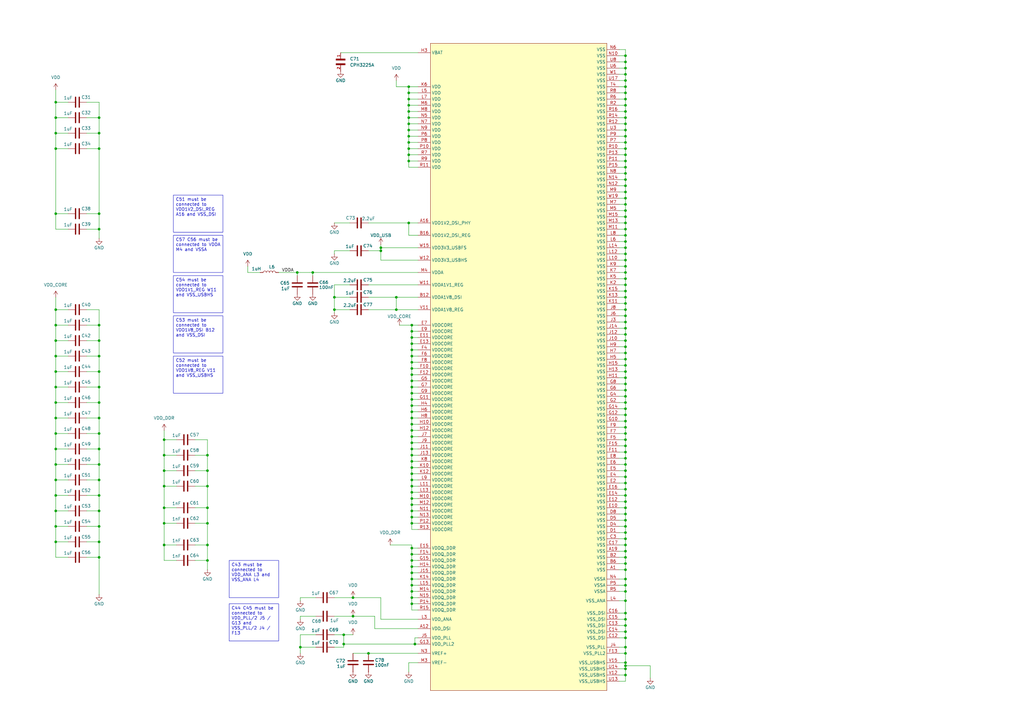
<source format=kicad_sch>
(kicad_sch (version 20250114) (generator "eeschema") (generator_version "9.0")
  (paper "A3")
  (title_block (comment 1 "Author: Mykola Grodskyi"))
  (text_box "C43 must be connected to VDD_ANA L3 and VSS_ANA L4\n" (at 93.98 229.87 0) (size 20.32 15.24) (margins 0.9525 0.9525 0.9525 0.9525) (effects (font (size 1.27 1.27)) (justify left top)))
  (text_box "C54 must be connected to VDD1V1_REG W11 and VSS_USBHS\n\n" (at 71.12 113.03 0) (size 20.32 15.24) (margins 0.9525 0.9525 0.9525 0.9525) (effects (font (size 1.27 1.27)) (justify left top)))
  (text_box "C51 must be connected to VDD1V2_DSI_REG A16 and VSS_DSI\n" (at 71.12 80.01 0) (size 20.32 15.24) (margins 0.9525 0.9525 0.9525 0.9525) (effects (font (size 1.27 1.27)) (justify left top)))
  (text_box "C57 C56 must be connected to VDDA M4 and VSSA\n\n" (at 71.12 96.52 0) (size 20.32 15.24) (margins 0.9525 0.9525 0.9525 0.9525) (effects (font (size 1.27 1.27)) (justify left top)))
  (text_box "C52 must be connected to VDD1V8_REG V11 and VSS_USBHS\n\n" (at 71.12 146.05 0) (size 20.32 15.24) (margins 0.9525 0.9525 0.9525 0.9525) (effects (font (size 1.27 1.27)) (justify left top)))
  (text_box "C53 must be connected to VDD1V8_DSI B12 and VSS_DSI\n\n" (at 71.12 129.54 0) (size 20.32 15.24) (margins 0.9525 0.9525 0.9525 0.9525) (effects (font (size 1.27 1.27)) (justify left top)))
  (text_box "C44 C45 must be connected to VDD_PLL/2 J5 / G13 and VSS_PLL/2 J4 / F13\n\n" (at 93.98 247.65 0) (size 20.32 15.24) (margins 0.9525 0.9525 0.9525 0.9525) (effects (font (size 1.27 1.27)) (justify left top)))
  (junction (at 168.91 179.07))
  (junction (at 168.91 156.21))
  (junction (at 22.86 60.96))
  (junction (at 167.64 55.88))
  (junction (at 168.91 207.01))
  (junction (at 256.54 58.42))
  (junction (at 256.54 48.26))
  (junction (at 256.54 185.42))
  (junction (at 256.54 137.16))
  (junction (at 144.78 245.11))
  (junction (at 168.91 234.95))
  (junction (at 256.54 210.82))
  (junction (at 40.64 228.6))
  (junction (at 22.86 177.8))
  (junction (at 22.86 87.63))
  (junction (at 256.54 226.06))
  (junction (at 256.54 267.97))
  (junction (at 168.91 151.13))
  (junction (at 256.54 45.72))
  (junction (at 168.91 201.93))
  (junction (at 67.31 214.63))
  (junction (at 167.64 35.56))
  (junction (at 256.54 271.78))
  (junction (at 256.54 111.76))
  (junction (at 151.13 267.97))
  (junction (at 167.64 60.96))
  (junction (at 22.86 209.55))
  (junction (at 256.54 256.54))
  (junction (at 121.92 111.76))
  (junction (at 40.64 177.8))
  (junction (at 168.91 171.45))
  (junction (at 256.54 78.74))
  (junction (at 256.54 265.43))
  (junction (at 256.54 167.64))
  (junction (at 128.27 111.76))
  (junction (at 256.54 27.94))
  (junction (at 22.86 158.75))
  (junction (at 256.54 38.1))
  (junction (at 256.54 198.12))
  (junction (at 40.64 165.1))
  (junction (at 256.54 22.86))
  (junction (at 256.54 144.78))
  (junction (at 256.54 193.04))
  (junction (at 85.09 214.63))
  (junction (at 168.91 196.85))
  (junction (at 85.09 193.04))
  (junction (at 168.91 146.05))
  (junction (at 85.09 208.28))
  (junction (at 256.54 35.56))
  (junction (at 256.54 127))
  (junction (at 22.86 139.7))
  (junction (at 167.64 40.64))
  (junction (at 256.54 162.56))
  (junction (at 168.91 186.69))
  (junction (at 256.54 106.68))
  (junction (at 168.91 191.77))
  (junction (at 40.64 203.2))
  (junction (at 67.31 223.52))
  (junction (at 256.54 205.74))
  (junction (at 168.91 242.57))
  (junction (at 137.16 127))
  (junction (at 167.64 91.44))
  (junction (at 256.54 134.62))
  (junction (at 256.54 109.22))
  (junction (at 22.86 54.61))
  (junction (at 170.18 264.16))
  (junction (at 256.54 165.1))
  (junction (at 22.86 41.91))
  (junction (at 256.54 50.8))
  (junction (at 40.64 209.55))
  (junction (at 256.54 195.58))
  (junction (at 22.86 184.15))
  (junction (at 168.91 158.75))
  (junction (at 168.91 212.09))
  (junction (at 256.54 91.44))
  (junction (at 256.54 60.96))
  (junction (at 256.54 208.28))
  (junction (at 67.31 193.04))
  (junction (at 168.91 199.39))
  (junction (at 167.64 45.72))
  (junction (at 168.91 224.79))
  (junction (at 256.54 76.2))
  (junction (at 167.64 66.04))
  (junction (at 40.64 222.25))
  (junction (at 162.56 121.92))
  (junction (at 168.91 232.41))
  (junction (at 256.54 223.52))
  (junction (at 256.54 170.18))
  (junction (at 256.54 251.46))
  (junction (at 140.97 260.35))
  (junction (at 168.91 163.83))
  (junction (at 256.54 55.88))
  (junction (at 85.09 186.69))
  (junction (at 256.54 124.46))
  (junction (at 168.91 227.33))
  (junction (at 256.54 88.9))
  (junction (at 22.86 190.5))
  (junction (at 256.54 190.5))
  (junction (at 256.54 203.2))
  (junction (at 167.64 58.42))
  (junction (at 22.86 48.26))
  (junction (at 168.91 247.65))
  (junction (at 40.64 190.5))
  (junction (at 67.31 186.69))
  (junction (at 22.86 222.25))
  (junction (at 256.54 83.82))
  (junction (at 256.54 63.5))
  (junction (at 123.19 265.43))
  (junction (at 40.64 93.98))
  (junction (at 85.09 223.52))
  (junction (at 168.91 194.31))
  (junction (at 256.54 68.58))
  (junction (at 67.31 199.39))
  (junction (at 256.54 254))
  (junction (at 256.54 228.6))
  (junction (at 256.54 104.14))
  (junction (at 22.86 171.45))
  (junction (at 256.54 213.36))
  (junction (at 256.54 242.57))
  (junction (at 256.54 187.96))
  (junction (at 256.54 86.36))
  (junction (at 256.54 180.34))
  (junction (at 162.56 127))
  (junction (at 40.64 139.7))
  (junction (at 256.54 152.4))
  (junction (at 256.54 231.14))
  (junction (at 167.64 48.26))
  (junction (at 168.91 229.87))
  (junction (at 85.09 229.87))
  (junction (at 40.64 133.35))
  (junction (at 168.91 143.51))
  (junction (at 40.64 171.45))
  (junction (at 256.54 177.8))
  (junction (at 256.54 273.05))
  (junction (at 256.54 182.88))
  (junction (at 256.54 30.48))
  (junction (at 168.91 189.23))
  (junction (at 168.91 204.47))
  (junction (at 256.54 25.4))
  (junction (at 168.91 209.55))
  (junction (at 168.91 168.91))
  (junction (at 40.64 54.61))
  (junction (at 40.64 158.75))
  (junction (at 256.54 43.18))
  (junction (at 40.64 87.63))
  (junction (at 256.54 220.98))
  (junction (at 167.64 63.5))
  (junction (at 256.54 139.7))
  (junction (at 256.54 276.86))
  (junction (at 256.54 149.86))
  (junction (at 256.54 101.6))
  (junction (at 167.64 43.18))
  (junction (at 256.54 233.68))
  (junction (at 256.54 160.02))
  (junction (at 67.31 180.34))
  (junction (at 40.64 152.4))
  (junction (at 168.91 214.63))
  (junction (at 156.21 102.87))
  (junction (at 22.86 146.05))
  (junction (at 168.91 240.03))
  (junction (at 167.64 50.8))
  (junction (at 22.86 152.4))
  (junction (at 137.16 121.92))
  (junction (at 167.64 53.34))
  (junction (at 256.54 53.34))
  (junction (at 256.54 175.26))
  (junction (at 256.54 119.38))
  (junction (at 22.86 203.2))
  (junction (at 22.86 196.85))
  (junction (at 168.91 173.99))
  (junction (at 256.54 114.3))
  (junction (at 256.54 274.32))
  (junction (at 40.64 215.9))
  (junction (at 167.64 38.1))
  (junction (at 256.54 93.98))
  (junction (at 168.91 138.43))
  (junction (at 168.91 161.29))
  (junction (at 256.54 240.03))
  (junction (at 144.78 252.73))
  (junction (at 256.54 237.49))
  (junction (at 140.97 264.16))
  (junction (at 168.91 176.53))
  (junction (at 168.91 135.89))
  (junction (at 40.64 60.96))
  (junction (at 256.54 172.72))
  (junction (at 40.64 184.15))
  (junction (at 256.54 116.84))
  (junction (at 256.54 215.9))
  (junction (at 168.91 245.11))
  (junction (at 256.54 246.38))
  (junction (at 85.09 199.39))
  (junction (at 256.54 147.32))
  (junction (at 256.54 96.52))
  (junction (at 22.86 133.35))
  (junction (at 40.64 146.05))
  (junction (at 40.64 196.85))
  (junction (at 168.91 181.61))
  (junction (at 256.54 71.12))
  (junction (at 168.91 184.15))
  (junction (at 256.54 132.08))
  (junction (at 22.86 127))
  (junction (at 168.91 148.59))
  (junction (at 256.54 154.94))
  (junction (at 256.54 40.64))
  (junction (at 256.54 218.44))
  (junction (at 22.86 165.1))
  (junction (at 22.86 215.9))
  (junction (at 256.54 261.62))
  (junction (at 256.54 142.24))
  (junction (at 156.21 101.6))
  (junction (at 256.54 33.02))
  (junction (at 256.54 121.92))
  (junction (at 168.91 140.97))
  (junction (at 256.54 200.66))
  (junction (at 256.54 73.66))
  (junction (at 168.91 133.35))
  (junction (at 168.91 153.67))
  (junction (at 168.91 166.37))
  (junction (at 256.54 129.54))
  (junction (at 40.64 48.26))
  (junction (at 256.54 259.08))
  (junction (at 168.91 237.49))
  (junction (at 256.54 99.06))
  (junction (at 256.54 157.48))
  (junction (at 256.54 66.04))
  (junction (at 67.31 208.28))
  (junction (at 256.54 81.28))
  (wire (pts (xy 162.56 121.92) (xy 171.45 121.92)))
  (wire (pts (xy 256.54 66.04) (xy 254 66.04)))
  (wire (pts (xy 256.54 129.54) (xy 256.54 132.08)))
  (wire (pts (xy 256.54 203.2) (xy 254 203.2)))
  (wire (pts (xy 168.91 161.29) (xy 171.45 161.29)))
  (wire (pts (xy 101.6 109.22) (xy 101.6 111.76)))
  (wire (pts (xy 85.09 199.39) (xy 85.09 208.28)))
  (wire (pts (xy 22.86 121.92) (xy 22.86 127)))
  (wire (pts (xy 67.31 180.34) (xy 67.31 186.69)))
  (wire (pts (xy 85.09 223.52) (xy 80.01 223.52)))
  (wire (pts (xy 256.54 233.68) (xy 256.54 237.49)))
  (wire (pts (xy 123.19 252.73) (xy 123.19 254)))
  (wire (pts (xy 168.91 184.15) (xy 168.91 186.69)))
  (wire (pts (xy 168.91 247.65) (xy 168.91 250.19)))
  (wire (pts (xy 256.54 137.16) (xy 256.54 139.7)))
  (wire (pts (xy 256.54 22.86) (xy 256.54 25.4)))
  (wire (pts (xy 168.91 214.63) (xy 168.91 217.17)))
  (wire (pts (xy 168.91 168.91) (xy 168.91 171.45)))
  (wire (pts (xy 256.54 231.14) (xy 254 231.14)))
  (wire (pts (xy 67.31 214.63) (xy 67.31 223.52)))
  (wire (pts (xy 137.16 121.92) (xy 137.16 127)))
  (wire (pts (xy 67.31 214.63) (xy 72.39 214.63)))
  (wire (pts (xy 256.54 50.8) (xy 254 50.8)))
  (wire (pts (xy 256.54 25.4) (xy 254 25.4)))
  (wire (pts (xy 256.54 35.56) (xy 254 35.56)))
  (wire (pts (xy 168.91 207.01) (xy 168.91 209.55)))
  (wire (pts (xy 85.09 199.39) (xy 80.01 199.39)))
  (wire (pts (xy 67.31 208.28) (xy 67.31 214.63)))
  (wire (pts (xy 256.54 101.6) (xy 256.54 104.14)))
  (wire (pts (xy 256.54 142.24) (xy 254 142.24)))
  (wire (pts (xy 256.54 271.78) (xy 254 271.78)))
  (wire (pts (xy 168.91 186.69) (xy 171.45 186.69)))
  (wire (pts (xy 256.54 267.97) (xy 256.54 271.78)))
  (wire (pts (xy 40.64 139.7) (xy 35.56 139.7)))
  (wire (pts (xy 168.91 250.19) (xy 171.45 250.19)))
  (wire (pts (xy 22.86 87.63) (xy 22.86 93.98)))
  (wire (pts (xy 85.09 208.28) (xy 85.09 214.63)))
  (wire (pts (xy 256.54 83.82) (xy 254 83.82)))
  (wire (pts (xy 140.97 264.16) (xy 140.97 260.35)))
  (wire (pts (xy 168.91 176.53) (xy 171.45 176.53)))
  (wire (pts (xy 40.64 177.8) (xy 40.64 184.15)))
  (wire (pts (xy 256.54 139.7) (xy 254 139.7)))
  (wire (pts (xy 256.54 104.14) (xy 256.54 106.68)))
  (wire (pts (xy 129.54 245.11) (xy 123.19 245.11)))
  (wire (pts (xy 22.86 228.6) (xy 27.94 228.6)))
  (wire (pts (xy 256.54 208.28) (xy 256.54 210.82)))
  (wire (pts (xy 256.54 233.68) (xy 254 233.68)))
  (wire (pts (xy 168.91 186.69) (xy 168.91 189.23)))
  (wire (pts (xy 85.09 214.63) (xy 80.01 214.63)))
  (wire (pts (xy 167.64 63.5) (xy 167.64 66.04)))
  (wire (pts (xy 256.54 127) (xy 254 127)))
  (wire (pts (xy 256.54 68.58) (xy 256.54 71.12)))
  (wire (pts (xy 67.31 208.28) (xy 72.39 208.28)))
  (wire (pts (xy 167.64 38.1) (xy 167.64 40.64)))
  (wire (pts (xy 256.54 78.74) (xy 254 78.74)))
  (wire (pts (xy 167.64 40.64) (xy 171.45 40.64)))
  (wire (pts (xy 256.54 40.64) (xy 256.54 43.18)))
  (wire (pts (xy 40.64 41.91) (xy 40.64 48.26)))
  (wire (pts (xy 256.54 129.54) (xy 254 129.54)))
  (wire (pts (xy 137.16 104.14) (xy 137.16 102.87)))
  (wire (pts (xy 256.54 157.48) (xy 256.54 160.02)))
  (wire (pts (xy 256.54 106.68) (xy 254 106.68)))
  (wire (pts (xy 256.54 27.94) (xy 256.54 30.48)))
  (wire (pts (xy 167.64 55.88) (xy 167.64 58.42)))
  (wire (pts (xy 168.91 179.07) (xy 168.91 181.61)))
  (wire (pts (xy 256.54 165.1) (xy 254 165.1)))
  (wire (pts (xy 22.86 60.96) (xy 22.86 87.63)))
  (wire (pts (xy 256.54 213.36) (xy 256.54 215.9)))
  (wire (pts (xy 256.54 154.94) (xy 254 154.94)))
  (wire (pts (xy 22.86 127) (xy 27.94 127)))
  (wire (pts (xy 40.64 171.45) (xy 40.64 177.8)))
  (wire (pts (xy 168.91 181.61) (xy 171.45 181.61)))
  (wire (pts (xy 168.91 196.85) (xy 168.91 199.39)))
  (wire (pts (xy 22.86 54.61) (xy 22.86 60.96)))
  (wire (pts (xy 256.54 119.38) (xy 254 119.38)))
  (wire (pts (xy 256.54 121.92) (xy 256.54 124.46)))
  (wire (pts (xy 168.91 148.59) (xy 171.45 148.59)))
  (wire (pts (xy 256.54 274.32) (xy 254 274.32)))
  (wire (pts (xy 22.86 41.91) (xy 22.86 48.26)))
  (wire (pts (xy 256.54 137.16) (xy 254 137.16)))
  (wire (pts (xy 67.31 186.69) (xy 67.31 193.04)))
  (wire (pts (xy 143.51 121.92) (xy 137.16 121.92)))
  (wire (pts (xy 168.91 156.21) (xy 168.91 158.75)))
  (wire (pts (xy 121.92 111.76) (xy 121.92 113.03)))
  (wire (pts (xy 256.54 132.08) (xy 254 132.08)))
  (wire (pts (xy 40.64 222.25) (xy 40.64 228.6)))
  (wire (pts (xy 256.54 71.12) (xy 256.54 73.66)))
  (wire (pts (xy 256.54 185.42) (xy 254 185.42)))
  (wire (pts (xy 256.54 167.64) (xy 256.54 170.18)))
  (wire (pts (xy 168.91 173.99) (xy 168.91 176.53)))
  (wire (pts (xy 171.45 96.52) (xy 167.64 96.52)))
  (wire (pts (xy 139.7 21.59) (xy 171.45 21.59)))
  (wire (pts (xy 151.13 91.44) (xy 167.64 91.44)))
  (wire (pts (xy 256.54 237.49) (xy 256.54 240.03)))
  (wire (pts (xy 40.64 87.63) (xy 40.64 93.98)))
  (wire (pts (xy 40.64 54.61) (xy 35.56 54.61)))
  (wire (pts (xy 168.91 138.43) (xy 171.45 138.43)))
  (wire (pts (xy 168.91 184.15) (xy 171.45 184.15)))
  (wire (pts (xy 256.54 76.2) (xy 256.54 78.74)))
  (wire (pts (xy 256.54 195.58) (xy 256.54 198.12)))
  (wire (pts (xy 22.86 184.15) (xy 27.94 184.15)))
  (wire (pts (xy 40.64 215.9) (xy 40.64 222.25)))
  (wire (pts (xy 85.09 193.04) (xy 80.01 193.04)))
  (wire (pts (xy 256.54 134.62) (xy 254 134.62)))
  (wire (pts (xy 140.97 264.16) (xy 170.18 264.16)))
  (wire (pts (xy 168.91 237.49) (xy 171.45 237.49)))
  (wire (pts (xy 168.91 245.11) (xy 171.45 245.11)))
  (wire (pts (xy 67.31 199.39) (xy 67.31 208.28)))
  (wire (pts (xy 256.54 193.04) (xy 254 193.04)))
  (wire (pts (xy 40.64 228.6) (xy 40.64 243.84)))
  (wire (pts (xy 22.86 184.15) (xy 22.86 190.5)))
  (wire (pts (xy 168.91 179.07) (xy 171.45 179.07)))
  (wire (pts (xy 256.54 237.49) (xy 254 237.49)))
  (wire (pts (xy 256.54 190.5) (xy 254 190.5)))
  (wire (pts (xy 40.64 203.2) (xy 40.64 209.55)))
  (wire (pts (xy 168.91 204.47) (xy 171.45 204.47)))
  (wire (pts (xy 143.51 102.87) (xy 137.16 102.87)))
  (wire (pts (xy 256.54 175.26) (xy 254 175.26)))
  (wire (pts (xy 256.54 63.5) (xy 256.54 66.04)))
  (wire (pts (xy 168.91 227.33) (xy 171.45 227.33)))
  (wire (pts (xy 144.78 267.97) (xy 151.13 267.97)))
  (wire (pts (xy 85.09 180.34) (xy 85.09 186.69)))
  (wire (pts (xy 40.64 158.75) (xy 35.56 158.75)))
  (wire (pts (xy 85.09 223.52) (xy 85.09 229.87)))
  (wire (pts (xy 256.54 121.92) (xy 254 121.92)))
  (wire (pts (xy 67.31 223.52) (xy 67.31 229.87)))
  (wire (pts (xy 40.64 209.55) (xy 40.64 215.9)))
  (wire (pts (xy 256.54 226.06) (xy 256.54 228.6)))
  (wire (pts (xy 170.18 261.62) (xy 170.18 264.16)))
  (wire (pts (xy 256.54 124.46) (xy 256.54 127)))
  (wire (pts (xy 168.91 234.95) (xy 168.91 237.49)))
  (wire (pts (xy 256.54 187.96) (xy 254 187.96)))
  (wire (pts (xy 167.64 38.1) (xy 171.45 38.1)))
  (wire (pts (xy 256.54 220.98) (xy 254 220.98)))
  (wire (pts (xy 256.54 213.36) (xy 254 213.36)))
  (wire (pts (xy 168.91 227.33) (xy 168.91 229.87)))
  (wire (pts (xy 22.86 60.96) (xy 27.94 60.96)))
  (wire (pts (xy 153.67 257.81) (xy 153.67 252.73)))
  (wire (pts (xy 168.91 146.05) (xy 171.45 146.05)))
  (wire (pts (xy 256.54 86.36) (xy 254 86.36)))
  (wire (pts (xy 256.54 88.9) (xy 254 88.9)))
  (wire (pts (xy 40.64 146.05) (xy 40.64 152.4)))
  (wire (pts (xy 256.54 160.02) (xy 254 160.02)))
  (wire (pts (xy 40.64 152.4) (xy 40.64 158.75)))
  (wire (pts (xy 256.54 154.94) (xy 256.54 157.48)))
  (wire (pts (xy 256.54 254) (xy 254 254)))
  (wire (pts (xy 256.54 215.9) (xy 256.54 218.44)))
  (wire (pts (xy 256.54 48.26) (xy 254 48.26)))
  (wire (pts (xy 151.13 121.92) (xy 162.56 121.92)))
  (wire (pts (xy 256.54 78.74) (xy 256.54 81.28)))
  (wire (pts (xy 256.54 43.18) (xy 256.54 45.72)))
  (wire (pts (xy 167.64 55.88) (xy 171.45 55.88)))
  (wire (pts (xy 137.16 127) (xy 137.16 128.27)))
  (wire (pts (xy 168.91 171.45) (xy 168.91 173.99)))
  (wire (pts (xy 168.91 171.45) (xy 171.45 171.45)))
  (wire (pts (xy 256.54 27.94) (xy 254 27.94)))
  (wire (pts (xy 256.54 147.32) (xy 254 147.32)))
  (wire (pts (xy 168.91 194.31) (xy 171.45 194.31)))
  (wire (pts (xy 256.54 200.66) (xy 256.54 203.2)))
  (wire (pts (xy 168.91 138.43) (xy 168.91 140.97)))
  (wire (pts (xy 101.6 111.76) (xy 106.68 111.76)))
  (wire (pts (xy 256.54 40.64) (xy 254 40.64)))
  (wire (pts (xy 167.64 271.78) (xy 171.45 271.78)))
  (wire (pts (xy 256.54 200.66) (xy 254 200.66)))
  (wire (pts (xy 256.54 218.44) (xy 256.54 220.98)))
  (wire (pts (xy 168.91 201.93) (xy 171.45 201.93)))
  (wire (pts (xy 168.91 194.31) (xy 168.91 196.85)))
  (wire (pts (xy 168.91 209.55) (xy 168.91 212.09)))
  (wire (pts (xy 167.64 275.59) (xy 167.64 271.78)))
  (wire (pts (xy 168.91 151.13) (xy 171.45 151.13)))
  (wire (pts (xy 151.13 116.84) (xy 171.45 116.84)))
  (wire (pts (xy 168.91 224.79) (xy 168.91 227.33)))
  (wire (pts (xy 168.91 133.35) (xy 171.45 133.35)))
  (wire (pts (xy 167.64 43.18) (xy 171.45 43.18)))
  (wire (pts (xy 256.54 271.78) (xy 256.54 273.05)))
  (wire (pts (xy 167.64 96.52) (xy 167.64 91.44)))
  (wire (pts (xy 256.54 96.52) (xy 254 96.52)))
  (wire (pts (xy 40.64 165.1) (xy 40.64 171.45)))
  (wire (pts (xy 256.54 165.1) (xy 256.54 167.64)))
  (wire (pts (xy 129.54 252.73) (xy 123.19 252.73)))
  (wire (pts (xy 256.54 172.72) (xy 254 172.72)))
  (wire (pts (xy 256.54 81.28) (xy 254 81.28)))
  (wire (pts (xy 167.64 48.26) (xy 167.64 50.8)))
  (wire (pts (xy 256.54 55.88) (xy 256.54 58.42)))
  (wire (pts (xy 256.54 240.03) (xy 256.54 242.57)))
  (wire (pts (xy 168.91 140.97) (xy 168.91 143.51)))
  (wire (pts (xy 40.64 48.26) (xy 40.64 54.61)))
  (wire (pts (xy 40.64 139.7) (xy 40.64 146.05)))
  (wire (pts (xy 22.86 222.25) (xy 27.94 222.25)))
  (wire (pts (xy 167.64 43.18) (xy 167.64 45.72)))
  (wire (pts (xy 85.09 193.04) (xy 85.09 199.39)))
  (wire (pts (xy 22.86 203.2) (xy 27.94 203.2)))
  (wire (pts (xy 256.54 81.28) (xy 256.54 83.82)))
  (wire (pts (xy 22.86 203.2) (xy 22.86 209.55)))
  (wire (pts (xy 256.54 104.14) (xy 254 104.14)))
  (wire (pts (xy 140.97 260.35) (xy 144.78 260.35)))
  (wire (pts (xy 156.21 245.11) (xy 144.78 245.11)))
  (wire (pts (xy 167.64 91.44) (xy 171.45 91.44)))
  (wire (pts (xy 156.21 100.33) (xy 156.21 101.6)))
  (wire (pts (xy 256.54 114.3) (xy 256.54 116.84)))
  (wire (pts (xy 168.91 163.83) (xy 168.91 166.37)))
  (wire (pts (xy 40.64 133.35) (xy 35.56 133.35)))
  (wire (pts (xy 256.54 50.8) (xy 256.54 53.34)))
  (wire (pts (xy 85.09 186.69) (xy 80.01 186.69)))
  (wire (pts (xy 256.54 187.96) (xy 256.54 190.5)))
  (wire (pts (xy 256.54 101.6) (xy 254 101.6)))
  (wire (pts (xy 168.91 191.77) (xy 171.45 191.77)))
  (wire (pts (xy 256.54 205.74) (xy 254 205.74)))
  (wire (pts (xy 168.91 153.67) (xy 171.45 153.67)))
  (wire (pts (xy 168.91 242.57) (xy 168.91 245.11)))
  (wire (pts (xy 168.91 161.29) (xy 168.91 163.83)))
  (wire (pts (xy 137.16 116.84) (xy 137.16 121.92)))
  (wire (pts (xy 168.91 140.97) (xy 171.45 140.97)))
  (wire (pts (xy 123.19 260.35) (xy 129.54 260.35)))
  (wire (pts (xy 137.16 116.84) (xy 143.51 116.84)))
  (wire (pts (xy 266.7 273.05) (xy 256.54 273.05)))
  (wire (pts (xy 40.64 190.5) (xy 35.56 190.5)))
  (wire (pts (xy 156.21 102.87) (xy 156.21 106.68)))
  (wire (pts (xy 168.91 158.75) (xy 168.91 161.29)))
  (wire (pts (xy 137.16 127) (xy 143.51 127)))
  (wire (pts (xy 256.54 251.46) (xy 256.54 254)))
  (wire (pts (xy 256.54 60.96) (xy 256.54 63.5)))
  (wire (pts (xy 67.31 176.53) (xy 67.31 180.34)))
  (wire (pts (xy 256.54 180.34) (xy 254 180.34)))
  (wire (pts (xy 256.54 111.76) (xy 254 111.76)))
  (wire (pts (xy 22.86 139.7) (xy 22.86 146.05)))
  (wire (pts (xy 168.91 232.41) (xy 171.45 232.41)))
  (wire (pts (xy 256.54 279.4) (xy 254 279.4)))
  (wire (pts (xy 85.09 214.63) (xy 85.09 223.52)))
  (wire (pts (xy 256.54 162.56) (xy 254 162.56)))
  (wire (pts (xy 151.13 102.87) (xy 156.21 102.87)))
  (wire (pts (xy 167.64 60.96) (xy 167.64 63.5)))
  (wire (pts (xy 256.54 276.86) (xy 254 276.86)))
  (wire (pts (xy 168.91 199.39) (xy 171.45 199.39)))
  (wire (pts (xy 256.54 256.54) (xy 256.54 259.08)))
  (wire (pts (xy 167.64 68.58) (xy 171.45 68.58)))
  (wire (pts (xy 40.64 127) (xy 35.56 127)))
  (wire (pts (xy 168.91 217.17) (xy 171.45 217.17)))
  (wire (pts (xy 256.54 273.05) (xy 256.54 274.32)))
  (wire (pts (xy 40.64 165.1) (xy 35.56 165.1)))
  (wire (pts (xy 168.91 214.63) (xy 171.45 214.63)))
  (wire (pts (xy 123.19 265.43) (xy 123.19 267.97)))
  (wire (pts (xy 168.91 151.13) (xy 168.91 153.67)))
  (wire (pts (xy 168.91 158.75) (xy 171.45 158.75)))
  (wire (pts (xy 67.31 193.04) (xy 72.39 193.04)))
  (wire (pts (xy 22.86 48.26) (xy 27.94 48.26)))
  (wire (pts (xy 40.64 146.05) (xy 35.56 146.05)))
  (wire (pts (xy 168.91 207.01) (xy 171.45 207.01)))
  (wire (pts (xy 256.54 198.12) (xy 254 198.12)))
  (wire (pts (xy 256.54 99.06) (xy 254 99.06)))
  (wire (pts (xy 256.54 45.72) (xy 256.54 48.26)))
  (wire (pts (xy 256.54 22.86) (xy 254 22.86)))
  (wire (pts (xy 256.54 276.86) (xy 256.54 279.4)))
  (wire (pts (xy 256.54 142.24) (xy 256.54 144.78)))
  (wire (pts (xy 256.54 134.62) (xy 256.54 137.16)))
  (wire (pts (xy 256.54 267.97) (xy 254 267.97)))
  (wire (pts (xy 256.54 246.38) (xy 254 246.38)))
  (wire (pts (xy 22.86 146.05) (xy 27.94 146.05)))
  (wire (pts (xy 151.13 267.97) (xy 171.45 267.97)))
  (wire (pts (xy 256.54 152.4) (xy 254 152.4)))
  (wire (pts (xy 256.54 228.6) (xy 254 228.6)))
  (wire (pts (xy 168.91 247.65) (xy 171.45 247.65)))
  (wire (pts (xy 256.54 48.26) (xy 256.54 50.8)))
  (wire (pts (xy 256.54 124.46) (xy 254 124.46)))
  (wire (pts (xy 256.54 259.08) (xy 256.54 261.62)))
  (wire (pts (xy 256.54 63.5) (xy 254 63.5)))
  (wire (pts (xy 170.18 261.62) (xy 171.45 261.62)))
  (wire (pts (xy 256.54 53.34) (xy 256.54 55.88)))
  (wire (pts (xy 40.64 60.96) (xy 40.64 87.63)))
  (wire (pts (xy 168.91 204.47) (xy 168.91 207.01)))
  (wire (pts (xy 168.91 163.83) (xy 171.45 163.83)))
  (wire (pts (xy 168.91 201.93) (xy 168.91 204.47)))
  (wire (pts (xy 256.54 205.74) (xy 256.54 208.28)))
  (wire (pts (xy 256.54 99.06) (xy 256.54 101.6)))
  (wire (pts (xy 256.54 172.72) (xy 256.54 175.26)))
  (wire (pts (xy 256.54 220.98) (xy 256.54 223.52)))
  (wire (pts (xy 168.91 143.51) (xy 168.91 146.05)))
  (wire (pts (xy 27.94 93.98) (xy 22.86 93.98)))
  (wire (pts (xy 256.54 73.66) (xy 256.54 76.2)))
  (wire (pts (xy 167.64 50.8) (xy 171.45 50.8)))
  (wire (pts (xy 67.31 199.39) (xy 72.39 199.39)))
  (wire (pts (xy 137.16 91.44) (xy 143.51 91.44)))
  (wire (pts (xy 22.86 152.4) (xy 27.94 152.4)))
  (wire (pts (xy 22.86 54.61) (xy 27.94 54.61)))
  (wire (pts (xy 256.54 242.57) (xy 256.54 246.38)))
  (wire (pts (xy 256.54 254) (xy 256.54 256.54)))
  (wire (pts (xy 256.54 215.9) (xy 254 215.9)))
  (wire (pts (xy 256.54 111.76) (xy 256.54 114.3)))
  (wire (pts (xy 256.54 242.57) (xy 254 242.57)))
  (wire (pts (xy 167.64 58.42) (xy 171.45 58.42)))
  (wire (pts (xy 256.54 38.1) (xy 256.54 40.64)))
  (wire (pts (xy 256.54 20.32) (xy 254 20.32)))
  (wire (pts (xy 22.86 222.25) (xy 22.86 228.6)))
  (wire (pts (xy 85.09 208.28) (xy 80.01 208.28)))
  (wire (pts (xy 22.86 209.55) (xy 27.94 209.55)))
  (wire (pts (xy 123.19 260.35) (xy 123.19 265.43)))
  (wire (pts (xy 256.54 144.78) (xy 254 144.78)))
  (wire (pts (xy 256.54 71.12) (xy 254 71.12)))
  (wire (pts (xy 256.54 265.43) (xy 256.54 267.97)))
  (wire (pts (xy 67.31 193.04) (xy 67.31 199.39)))
  (wire (pts (xy 256.54 33.02) (xy 256.54 35.56)))
  (wire (pts (xy 256.54 160.02) (xy 256.54 162.56)))
  (wire (pts (xy 168.91 199.39) (xy 168.91 201.93)))
  (wire (pts (xy 266.7 278.13) (xy 266.7 273.05)))
  (wire (pts (xy 256.54 203.2) (xy 256.54 205.74)))
  (wire (pts (xy 22.86 215.9) (xy 22.86 222.25)))
  (wire (pts (xy 256.54 139.7) (xy 256.54 142.24)))
  (wire (pts (xy 22.86 158.75) (xy 22.86 165.1)))
  (wire (pts (xy 171.45 101.6) (xy 156.21 101.6)))
  (wire (pts (xy 40.64 54.61) (xy 40.64 60.96)))
  (wire (pts (xy 40.64 196.85) (xy 40.64 203.2)))
  (wire (pts (xy 256.54 261.62) (xy 254 261.62)))
  (wire (pts (xy 114.3 111.76) (xy 121.92 111.76)))
  (wire (pts (xy 256.54 109.22) (xy 256.54 111.76)))
  (wire (pts (xy 168.91 153.67) (xy 168.91 156.21)))
  (wire (pts (xy 22.86 127) (xy 22.86 133.35)))
  (wire (pts (xy 128.27 111.76) (xy 128.27 113.03)))
  (wire (pts (xy 256.54 73.66) (xy 254 73.66)))
  (wire (pts (xy 67.31 186.69) (xy 72.39 186.69)))
  (wire (pts (xy 22.86 133.35) (xy 27.94 133.35)))
  (wire (pts (xy 170.18 264.16) (xy 171.45 264.16)))
  (wire (pts (xy 167.64 66.04) (xy 167.64 68.58)))
  (wire (pts (xy 256.54 152.4) (xy 256.54 154.94)))
  (wire (pts (xy 256.54 274.32) (xy 256.54 276.86)))
  (wire (pts (xy 168.91 135.89) (xy 168.91 138.43)))
  (wire (pts (xy 168.91 242.57) (xy 171.45 242.57)))
  (wire (pts (xy 256.54 147.32) (xy 256.54 149.86)))
  (wire (pts (xy 22.86 165.1) (xy 27.94 165.1)))
  (wire (pts (xy 22.86 177.8) (xy 22.86 184.15)))
  (wire (pts (xy 256.54 170.18) (xy 256.54 172.72)))
  (wire (pts (xy 256.54 35.56) (xy 256.54 38.1)))
  (wire (pts (xy 67.31 229.87) (xy 72.39 229.87)))
  (wire (pts (xy 168.91 224.79) (xy 171.45 224.79)))
  (wire (pts (xy 144.78 252.73) (xy 137.16 252.73)))
  (wire (pts (xy 256.54 167.64) (xy 254 167.64)))
  (wire (pts (xy 256.54 210.82) (xy 254 210.82)))
  (wire (pts (xy 40.64 184.15) (xy 40.64 190.5)))
  (wire (pts (xy 256.54 182.88) (xy 254 182.88)))
  (wire (pts (xy 153.67 252.73) (xy 144.78 252.73)))
  (wire (pts (xy 22.86 171.45) (xy 27.94 171.45)))
  (wire (pts (xy 256.54 86.36) (xy 256.54 88.9)))
  (wire (pts (xy 256.54 83.82) (xy 256.54 86.36)))
  (wire (pts (xy 256.54 109.22) (xy 254 109.22)))
  (wire (pts (xy 40.64 87.63) (xy 35.56 87.63)))
  (wire (pts (xy 167.64 58.42) (xy 167.64 60.96)))
  (wire (pts (xy 40.64 93.98) (xy 40.64 97.79)))
  (wire (pts (xy 67.31 180.34) (xy 72.39 180.34)))
  (wire (pts (xy 22.86 171.45) (xy 22.86 177.8)))
  (wire (pts (xy 22.86 196.85) (xy 27.94 196.85)))
  (wire (pts (xy 167.64 35.56) (xy 167.64 38.1)))
  (wire (pts (xy 167.64 53.34) (xy 171.45 53.34)))
  (wire (pts (xy 256.54 185.42) (xy 256.54 187.96)))
  (wire (pts (xy 171.45 106.68) (xy 156.21 106.68)))
  (wire (pts (xy 22.86 209.55) (xy 22.86 215.9)))
  (wire (pts (xy 256.54 53.34) (xy 254 53.34)))
  (wire (pts (xy 256.54 58.42) (xy 254 58.42)))
  (wire (pts (xy 256.54 114.3) (xy 254 114.3)))
  (wire (pts (xy 167.64 63.5) (xy 171.45 63.5)))
  (wire (pts (xy 137.16 260.35) (xy 140.97 260.35)))
  (wire (pts (xy 168.91 176.53) (xy 168.91 179.07)))
  (wire (pts (xy 256.54 193.04) (xy 256.54 195.58)))
  (wire (pts (xy 40.64 222.25) (xy 35.56 222.25)))
  (wire (pts (xy 40.64 196.85) (xy 35.56 196.85)))
  (wire (pts (xy 256.54 190.5) (xy 256.54 193.04)))
  (wire (pts (xy 167.64 48.26) (xy 171.45 48.26)))
  (wire (pts (xy 40.64 209.55) (xy 35.56 209.55)))
  (wire (pts (xy 22.86 146.05) (xy 22.86 152.4)))
  (wire (pts (xy 22.86 165.1) (xy 22.86 171.45)))
  (wire (pts (xy 256.54 20.32) (xy 256.54 22.86)))
  (wire (pts (xy 168.91 156.21) (xy 171.45 156.21)))
  (wire (pts (xy 171.45 111.76) (xy 128.27 111.76)))
  (wire (pts (xy 256.54 149.86) (xy 254 149.86)))
  (wire (pts (xy 40.64 190.5) (xy 40.64 196.85)))
  (wire (pts (xy 256.54 228.6) (xy 256.54 231.14)))
  (wire (pts (xy 40.64 171.45) (xy 35.56 171.45)))
  (wire (pts (xy 256.54 45.72) (xy 254 45.72)))
  (wire (pts (xy 67.31 223.52) (xy 72.39 223.52)))
  (wire (pts (xy 171.45 257.81) (xy 153.67 257.81)))
  (wire (pts (xy 168.91 245.11) (xy 168.91 247.65)))
  (wire (pts (xy 256.54 132.08) (xy 256.54 134.62)))
  (wire (pts (xy 256.54 91.44) (xy 256.54 93.98)))
  (wire (pts (xy 22.86 215.9) (xy 27.94 215.9)))
  (wire (pts (xy 168.91 237.49) (xy 168.91 240.03)))
  (wire (pts (xy 85.09 186.69) (xy 85.09 193.04)))
  (wire (pts (xy 40.64 215.9) (xy 35.56 215.9)))
  (wire (pts (xy 168.91 189.23) (xy 168.91 191.77)))
  (wire (pts (xy 256.54 177.8) (xy 254 177.8)))
  (wire (pts (xy 22.86 87.63) (xy 27.94 87.63)))
  (wire (pts (xy 256.54 96.52) (xy 256.54 99.06)))
  (wire (pts (xy 35.56 93.98) (xy 40.64 93.98)))
  (wire (pts (xy 256.54 208.28) (xy 254 208.28)))
  (wire (pts (xy 22.86 158.75) (xy 27.94 158.75)))
  (wire (pts (xy 256.54 127) (xy 256.54 129.54)))
  (wire (pts (xy 256.54 251.46) (xy 254 251.46)))
  (wire (pts (xy 168.91 191.77) (xy 168.91 194.31)))
  (wire (pts (xy 256.54 93.98) (xy 254 93.98)))
  (wire (pts (xy 167.64 45.72) (xy 171.45 45.72)))
  (wire (pts (xy 168.91 196.85) (xy 171.45 196.85)))
  (wire (pts (xy 162.56 121.92) (xy 162.56 127)))
  (wire (pts (xy 256.54 170.18) (xy 254 170.18)))
  (wire (pts (xy 256.54 30.48) (xy 256.54 33.02)))
  (wire (pts (xy 256.54 106.68) (xy 256.54 109.22)))
  (wire (pts (xy 123.19 265.43) (xy 129.54 265.43)))
  (wire (pts (xy 256.54 218.44) (xy 254 218.44)))
  (wire (pts (xy 168.91 168.91) (xy 171.45 168.91)))
  (wire (pts (xy 167.64 45.72) (xy 167.64 48.26)))
  (wire (pts (xy 256.54 116.84) (xy 256.54 119.38)))
  (wire (pts (xy 22.86 152.4) (xy 22.86 158.75)))
  (wire (pts (xy 256.54 88.9) (xy 256.54 91.44)))
  (wire (pts (xy 40.64 203.2) (xy 35.56 203.2)))
  (wire (pts (xy 256.54 30.48) (xy 254 30.48)))
  (wire (pts (xy 256.54 66.04) (xy 256.54 68.58)))
  (wire (pts (xy 168.91 173.99) (xy 171.45 173.99)))
  (wire (pts (xy 256.54 68.58) (xy 254 68.58)))
  (wire (pts (xy 121.92 111.76) (xy 128.27 111.76)))
  (wire (pts (xy 168.91 212.09) (xy 171.45 212.09)))
  (wire (pts (xy 22.86 177.8) (xy 27.94 177.8)))
  (wire (pts (xy 162.56 33.02) (xy 162.56 35.56)))
  (wire (pts (xy 137.16 265.43) (xy 140.97 265.43)))
  (wire (pts (xy 160.02 223.52) (xy 168.91 223.52)))
  (wire (pts (xy 168.91 234.95) (xy 171.45 234.95)))
  (wire (pts (xy 85.09 233.68) (xy 85.09 229.87)))
  (wire (pts (xy 168.91 240.03) (xy 171.45 240.03)))
  (wire (pts (xy 256.54 240.03) (xy 254 240.03)))
  (wire (pts (xy 256.54 210.82) (xy 256.54 213.36)))
  (wire (pts (xy 256.54 144.78) (xy 256.54 147.32)))
  (wire (pts (xy 168.91 146.05) (xy 168.91 148.59)))
  (wire (pts (xy 168.91 232.41) (xy 168.91 234.95)))
  (wire (pts (xy 168.91 133.35) (xy 168.91 135.89)))
  (wire (pts (xy 40.64 184.15) (xy 35.56 184.15)))
  (wire (pts (xy 40.64 228.6) (xy 35.56 228.6)))
  (wire (pts (xy 256.54 223.52) (xy 254 223.52)))
  (wire (pts (xy 167.64 40.64) (xy 167.64 43.18)))
  (wire (pts (xy 162.56 127) (xy 171.45 127)))
  (wire (pts (xy 156.21 254) (xy 156.21 245.11)))
  (wire (pts (xy 85.09 229.87) (xy 80.01 229.87)))
  (wire (pts (xy 22.86 36.83) (xy 22.86 41.91)))
  (wire (pts (xy 156.21 101.6) (xy 156.21 102.87)))
  (wire (pts (xy 256.54 38.1) (xy 254 38.1)))
  (wire (pts (xy 256.54 195.58) (xy 254 195.58)))
  (wire (pts (xy 168.91 181.61) (xy 168.91 184.15)))
  (wire (pts (xy 256.54 93.98) (xy 256.54 96.52)))
  (wire (pts (xy 40.64 60.96) (xy 35.56 60.96)))
  (wire (pts (xy 123.19 245.11) (xy 123.19 246.38)))
  (wire (pts (xy 140.97 265.43) (xy 140.97 264.16)))
  (wire (pts (xy 162.56 35.56) (xy 167.64 35.56)))
  (wire (pts (xy 256.54 25.4) (xy 256.54 27.94)))
  (wire (pts (xy 256.54 177.8) (xy 256.54 180.34)))
  (wire (pts (xy 167.64 50.8) (xy 167.64 53.34)))
  (wire (pts (xy 256.54 55.88) (xy 254 55.88)))
  (wire (pts (xy 22.86 133.35) (xy 22.86 139.7)))
  (wire (pts (xy 256.54 76.2) (xy 254 76.2)))
  (wire (pts (xy 256.54 198.12) (xy 256.54 200.66)))
  (wire (pts (xy 171.45 254) (xy 156.21 254)))
  (wire (pts (xy 167.64 60.96) (xy 171.45 60.96)))
  (wire (pts (xy 40.64 133.35) (xy 40.64 139.7)))
  (wire (pts (xy 22.86 196.85) (xy 22.86 203.2)))
  (wire (pts (xy 40.64 127) (xy 40.64 133.35)))
  (wire (pts (xy 256.54 119.38) (xy 256.54 121.92)))
  (wire (pts (xy 168.91 212.09) (xy 168.91 214.63)))
  (wire (pts (xy 256.54 261.62) (xy 256.54 265.43)))
  (wire (pts (xy 151.13 127) (xy 162.56 127)))
  (wire (pts (xy 168.91 143.51) (xy 171.45 143.51)))
  (wire (pts (xy 256.54 33.02) (xy 254 33.02)))
  (wire (pts (xy 256.54 60.96) (xy 254 60.96)))
  (wire (pts (xy 168.91 135.89) (xy 171.45 135.89)))
  (wire (pts (xy 168.91 209.55) (xy 171.45 209.55)))
  (wire (pts (xy 40.64 41.91) (xy 35.56 41.91)))
  (wire (pts (xy 40.64 177.8) (xy 35.56 177.8)))
  (wire (pts (xy 40.64 48.26) (xy 35.56 48.26)))
  (wire (pts (xy 168.91 189.23) (xy 171.45 189.23)))
  (wire (pts (xy 256.54 162.56) (xy 256.54 165.1)))
  (wire (pts (xy 167.64 66.04) (xy 171.45 66.04)))
  (wire (pts (xy 256.54 175.26) (xy 256.54 177.8)))
  (wire (pts (xy 256.54 231.14) (xy 256.54 233.68)))
  (wire (pts (xy 256.54 182.88) (xy 256.54 185.42)))
  (wire (pts (xy 22.86 48.26) (xy 22.86 54.61)))
  (wire (pts (xy 85.09 180.34) (xy 80.01 180.34)))
  (wire (pts (xy 256.54 265.43) (xy 254 265.43)))
  (wire (pts (xy 22.86 139.7) (xy 27.94 139.7)))
  (wire (pts (xy 256.54 259.08) (xy 254 259.08)))
  (wire (pts (xy 256.54 43.18) (xy 254 43.18)))
  (wire (pts (xy 256.54 116.84) (xy 254 116.84)))
  (wire (pts (xy 168.91 223.52) (xy 168.91 224.79)))
  (wire (pts (xy 167.64 53.34) (xy 167.64 55.88)))
  (wire (pts (xy 168.91 240.03) (xy 168.91 242.57)))
  (wire (pts (xy 256.54 149.86) (xy 256.54 152.4)))
  (wire (pts (xy 256.54 256.54) (xy 254 256.54)))
  (wire (pts (xy 40.64 152.4) (xy 35.56 152.4)))
  (wire (pts (xy 168.91 148.59) (xy 168.91 151.13)))
  (wire (pts (xy 256.54 180.34) (xy 256.54 182.88)))
  (wire (pts (xy 22.86 41.91) (xy 27.94 41.91)))
  (wire (pts (xy 168.91 229.87) (xy 171.45 229.87)))
  (wire (pts (xy 168.91 229.87) (xy 168.91 232.41)))
  (wire (pts (xy 256.54 223.52) (xy 256.54 226.06)))
  (wire (pts (xy 144.78 245.11) (xy 137.16 245.11)))
  (wire (pts (xy 167.64 35.56) (xy 171.45 35.56)))
  (wire (pts (xy 256.54 91.44) (xy 254 91.44)))
  (wire (pts (xy 256.54 226.06) (xy 254 226.06)))
  (wire (pts (xy 168.91 166.37) (xy 168.91 168.91)))
  (wire (pts (xy 40.64 158.75) (xy 40.64 165.1)))
  (wire (pts (xy 22.86 190.5) (xy 22.86 196.85)))
  (wire (pts (xy 163.83 133.35) (xy 168.91 133.35)))
  (wire (pts (xy 256.54 157.48) (xy 254 157.48)))
  (wire (pts (xy 22.86 190.5) (xy 27.94 190.5)))
  (wire (pts (xy 256.54 58.42) (xy 256.54 60.96)))
  (wire (pts (xy 168.91 166.37) (xy 171.45 166.37)))
  (wire (pts (xy 256.54 246.38) (xy 256.54 251.46)))
  (label "VDDA" (at 115.57 111.76 0))
  (symbol (lib_id "Device:C") (at 31.75 146.05 270) (unit 1)
    (property "Reference" "C43" (at 35.306 144.018 90))
    (property "Value" "1uF" (at 27.94 144.272 90))
    (property "Footprint" "lib:C_0402_small" (effects (hide yes)))
    (property "Description" "Unpolarized capacitor" (effects (hide yes)))
    (property "P/N" "GRM155R61E105KA12D" (effects (hide yes)))
    (property "Mouser P/N" "81-GRM155R61E105KA2D" (effects (hide yes)))
  )
  (symbol (lib_id "power:+36V") (at 144.78 252.73 0) (unit 1)
    (property "Reference" "#PWR088" (effects (hide yes)))
    (property "Value" "VDD" (at 144.78 247.65 0))
    (property "Description" "Power symbol creates a global label with name \"+36V\"" (effects (hide yes)))
  )
  (symbol (lib_id "Device:C") (at 31.75 184.15 270) (unit 1)
    (property "Reference" "C49" (at 35.306 182.118 90))
    (property "Value" "1uF" (at 27.94 182.372 90))
    (property "Footprint" "lib:C_0402_small" (effects (hide yes)))
    (property "Description" "Unpolarized capacitor" (effects (hide yes)))
    (property "P/N" "GRM155R61E105KA12D" (effects (hide yes)))
    (property "Mouser P/N" "81-GRM155R61E105KA2D" (effects (hide yes)))
  )
  (symbol (lib_id "power:GND") (at 123.19 267.97 0) (unit 1)
    (property "Reference" "#PWR081" (effects (hide yes)))
    (property "Value" "GND" (at 123.19 271.78 0))
    (property "Description" "Power symbol creates a global label with name \"GND\" , ground" (effects (hide yes)))
  )
  (symbol (lib_id "Device:C") (at 31.75 196.85 270) (unit 1)
    (property "Reference" "C51" (at 35.306 194.818 90))
    (property "Value" "1uF" (at 27.94 195.072 90))
    (property "Footprint" "lib:C_0402_small" (effects (hide yes)))
    (property "Description" "Unpolarized capacitor" (effects (hide yes)))
    (property "P/N" "GRM155R61E105KA12D" (effects (hide yes)))
    (property "Mouser P/N" "81-GRM155R61E105KA2D" (effects (hide yes)))
  )
  (symbol (lib_id "Device:C") (at 31.75 209.55 270) (unit 1)
    (property "Reference" "C53" (at 35.306 207.518 90))
    (property "Value" "1uF" (at 27.94 207.772 90))
    (property "Footprint" "lib:C_0402_small" (effects (hide yes)))
    (property "Description" "Unpolarized capacitor" (effects (hide yes)))
    (property "P/N" "GRM155R61E105KA12D" (effects (hide yes)))
    (property "Mouser P/N" "81-GRM155R61E105KA2D" (effects (hide yes)))
  )
  (symbol (lib_id "Device:C") (at 76.2 193.04 270) (unit 1)
    (property "Reference" "C59" (at 79.756 191.008 90))
    (property "Value" "1uF" (at 72.39 191.262 90))
    (property "Footprint" "lib:C_0402_small" (effects (hide yes)))
    (property "Description" "Unpolarized capacitor" (effects (hide yes)))
    (property "P/N" "GRM155R61E105KA12D" (effects (hide yes)))
    (property "Mouser P/N" "81-GRM155R61E105KA2D" (effects (hide yes)))
  )
  (symbol (lib_id "power:+36V") (at 160.02 223.52 0) (unit 1)
    (property "Reference" "#PWR093" (effects (hide yes)))
    (property "Value" "VDD_DDR" (at 160.02 218.44 0))
    (property "Description" "Power symbol creates a global label with name \"+36V\"" (effects (hide yes)))
  )
  (symbol (lib_id "Device:C") (at 76.2 223.52 270) (unit 1)
    (property "Reference" "C63" (at 79.756 221.488 90))
    (property "Value" "1nF" (at 72.39 221.742 90))
    (property "Footprint" "lib:C_0402_small" (effects (hide yes)))
    (property "Description" "Unpolarized capacitor" (effects (hide yes)))
    (property "P/N" "GRM155R70J102KA01D" (effects (hide yes)))
    (property "Mouser P/N" "81-GRM155R70J102KA1D" (effects (hide yes)))
  )
  (symbol (lib_id "power:+36V") (at 163.83 133.35 0) (unit 1)
    (property "Reference" "#PWR095" (effects (hide yes)))
    (property "Value" "VDD_CORE" (at 163.83 129.794 0))
    (property "Description" "Power symbol creates a global label with name \"+36V\"" (effects (hide yes)))
  )
  (symbol (lib_id "Device:C") (at 31.75 139.7 270) (unit 1)
    (property "Reference" "C42" (at 35.306 137.668 90))
    (property "Value" "1uF" (at 27.94 137.922 90))
    (property "Footprint" "lib:C_0402_small" (effects (hide yes)))
    (property "Description" "Unpolarized capacitor" (effects (hide yes)))
    (property "P/N" "GRM155R61E105KA12D" (effects (hide yes)))
    (property "Mouser P/N" "81-GRM155R61E105KA2D" (effects (hide yes)))
  )
  (symbol (lib_id "Device:C") (at 76.2 229.87 270) (unit 1)
    (property "Reference" "C64" (at 79.756 227.838 90))
    (property "Value" "1nF" (at 72.39 228.092 90))
    (property "Footprint" "lib:C_0402_small" (effects (hide yes)))
    (property "Description" "Unpolarized capacitor" (effects (hide yes)))
    (property "P/N" "GRM155R70J102KA01D" (effects (hide yes)))
    (property "Mouser P/N" "81-GRM155R70J102KA1D" (effects (hide yes)))
  )
  (symbol (lib_id "power:+36V") (at 156.21 100.33 0) (unit 1)
    (property "Reference" "#PWR092" (effects (hide yes)))
    (property "Value" "VDD_USB" (at 156.21 96.52 0))
    (property "Description" "Power symbol creates a global label with name \"+36V\"" (effects (hide yes)))
  )
  (symbol (lib_id "Device:C") (at 76.2 199.39 270) (unit 1)
    (property "Reference" "C60" (at 79.756 197.358 90))
    (property "Value" "1uF" (at 72.39 197.612 90))
    (property "Footprint" "lib:C_0402_small" (effects (hide yes)))
    (property "Description" "Unpolarized capacitor" (effects (hide yes)))
    (property "P/N" "GRM155R61E105KA12D" (effects (hide yes)))
    (property "Mouser P/N" "81-GRM155R61E105KA2D" (effects (hide yes)))
  )
  (symbol (lib_id "Device:C") (at 133.35 260.35 270) (unit 1)
    (property "Reference" "C69" (at 136.906 258.318 90))
    (property "Value" "1uF" (at 129.54 258.572 90))
    (property "Footprint" "lib:C_0402_small" (effects (hide yes)))
    (property "Description" "Unpolarized capacitor" (effects (hide yes)))
    (property "P/N" "GRM155R61E105KA12D" (effects (hide yes)))
    (property "Mouser P/N" "81-GRM155R61E105KA2D" (effects (hide yes)))
  )
  (symbol (lib_id "power:GND") (at 85.09 233.68 0) (unit 1)
    (property "Reference" "#PWR076" (effects (hide yes)))
    (property "Value" "GND" (at 85.09 237.49 0))
    (property "Description" "Power symbol creates a global label with name \"GND\" , ground" (effects (hide yes)))
  )
  (symbol (lib_id "Device:C") (at 31.75 190.5 270) (unit 1)
    (property "Reference" "C50" (at 35.306 188.468 90))
    (property "Value" "1uF" (at 27.94 188.722 90))
    (property "Footprint" "lib:C_0402_small" (effects (hide yes)))
    (property "Description" "Unpolarized capacitor" (effects (hide yes)))
    (property "P/N" "GRM155R61E105KA12D" (effects (hide yes)))
    (property "Mouser P/N" "81-GRM155R61E105KA2D" (effects (hide yes)))
  )
  (symbol (lib_id "Device:C") (at 31.75 48.26 270) (unit 1)
    (property "Reference" "C32" (at 35.306 46.228 90))
    (property "Value" "1uF" (at 27.94 46.482 90))
    (property "Footprint" "lib:C_0402_small" (effects (hide yes)))
    (property "Description" "Unpolarized capacitor" (effects (hide yes)))
    (property "P/N" "GRM155R61E105KA12D" (effects (hide yes)))
    (property "Mouser P/N" "81-GRM155R61E105KA2D" (effects (hide yes)))
  )
  (symbol (lib_id "power:+36V") (at 144.78 245.11 0) (unit 1)
    (property "Reference" "#PWR087" (effects (hide yes)))
    (property "Value" "VDD" (at 144.78 240.03 0))
    (property "Description" "Power symbol creates a global label with name \"+36V\"" (effects (hide yes)))
  )
  (symbol (lib_id "Device:C") (at 31.75 152.4 270) (unit 1)
    (property "Reference" "C44" (at 35.306 150.368 90))
    (property "Value" "1uF" (at 27.94 150.622 90))
    (property "Footprint" "lib:C_0402_small" (effects (hide yes)))
    (property "Description" "Unpolarized capacitor" (effects (hide yes)))
    (property "P/N" "GRM155R61E105KA12D" (effects (hide yes)))
    (property "Mouser P/N" "81-GRM155R61E105KA2D" (effects (hide yes)))
  )
  (symbol (lib_id "Device:C") (at 31.75 215.9 270) (unit 1)
    (property "Reference" "C54" (at 35.306 213.868 90))
    (property "Value" "1uF" (at 27.94 214.122 90))
    (property "Footprint" "lib:C_0402_small" (effects (hide yes)))
    (property "Description" "Unpolarized capacitor" (effects (hide yes)))
    (property "P/N" "GRM155R61E105KA12D" (effects (hide yes)))
    (property "Mouser P/N" "81-GRM155R61E105KA2D" (effects (hide yes)))
  )
  (symbol (lib_id "Device:C") (at 144.78 271.78 0) (unit 1)
    (property "Reference" "C72" (at 139.7 271.018 0))
    (property "Value" "1uF" (at 139.954 273.304 0))
    (property "Footprint" "lib:C_0402_small" (effects (hide yes)))
    (property "Description" "Unpolarized capacitor" (effects (hide yes)))
    (property "P/N" "GRM155R61E105KA12D" (effects (hide yes)))
    (property "Mouser P/N" "81-GRM155R61E105KA2D" (effects (hide yes)))
  )
  (symbol (lib_id "Device:C") (at 31.75 41.91 270) (unit 1)
    (property "Reference" "C31" (at 35.306 39.878 90))
    (property "Value" "1uF" (at 27.94 40.132 90))
    (property "Footprint" "lib:C_0402_small" (effects (hide yes)))
    (property "Description" "Unpolarized capacitor" (effects (hide yes)))
    (property "P/N" "GRM155R61E105KA12D" (effects (hide yes)))
    (property "Mouser P/N" "81-GRM155R61E105KA2D" (effects (hide yes)))
  )
  (symbol (lib_id "Device:C") (at 31.75 93.98 270) (unit 1)
    (property "Reference" "C39" (at 35.306 91.948 90))
    (property "Value" "1uF" (at 27.94 92.202 90))
    (property "Footprint" "lib:C_0402_small" (effects (hide yes)))
    (property "Description" "Unpolarized capacitor" (effects (hide yes)))
    (property "P/N" "GRM155R61E105KA12D" (effects (hide yes)))
    (property "Mouser P/N" "81-GRM155R61E105KA2D" (effects (hide yes)))
  )
  (symbol (lib_id "power:GND") (at 137.16 91.44 0) (unit 1)
    (property "Reference" "#PWR083" (effects (hide yes)))
    (property "Value" "GND" (at 137.16 95.25 0))
    (property "Description" "Power symbol creates a global label with name \"GND\" , ground" (effects (hide yes)))
  )
  (symbol (lib_id "power:GND") (at 139.7 29.21 0) (unit 1)
    (property "Reference" "#PWR086" (effects (hide yes)))
    (property "Value" "GND" (at 139.7 33.02 0))
    (property "Description" "Power symbol creates a global label with name \"GND\" , ground" (effects (hide yes)))
  )
  (symbol (lib_id "power:GND") (at 128.27 120.65 0) (unit 1)
    (property "Reference" "#PWR082" (effects (hide yes)))
    (property "Value" "GND" (at 128.27 124.46 0))
    (property "Description" "Power symbol creates a global label with name \"GND\" , ground" (effects (hide yes)))
  )
  (symbol (lib_id "Device:C") (at 31.75 54.61 270) (unit 1)
    (property "Reference" "C33" (at 35.306 52.578 90))
    (property "Value" "1uF" (at 27.94 52.832 90))
    (property "Footprint" "lib:C_0402_small" (effects (hide yes)))
    (property "Description" "Unpolarized capacitor" (effects (hide yes)))
    (property "P/N" "GRM155R61E105KA12D" (effects (hide yes)))
    (property "Mouser P/N" "81-GRM155R61E105KA2D" (effects (hide yes)))
  )
  (symbol (lib_id "Device:C") (at 31.75 228.6 270) (unit 1)
    (property "Reference" "C56" (at 35.306 226.568 90))
    (property "Value" "1uF" (at 27.94 226.822 90))
    (property "Footprint" "lib:C_0402_small" (effects (hide yes)))
    (property "Description" "Unpolarized capacitor" (effects (hide yes)))
    (property "P/N" "GRM155R61E105KA12D" (effects (hide yes)))
    (property "Mouser P/N" "81-GRM155R61E105KA2D" (effects (hide yes)))
  )
  (symbol (lib_id "Device:C") (at 76.2 186.69 270) (unit 1)
    (property "Reference" "C58" (at 79.756 184.658 90))
    (property "Value" "1uF" (at 72.39 184.912 90))
    (property "Footprint" "lib:C_0402_small" (effects (hide yes)))
    (property "Description" "Unpolarized capacitor" (effects (hide yes)))
    (property "P/N" "GRM155R61E105KA12D" (effects (hide yes)))
    (property "Mouser P/N" "81-GRM155R61E105KA2D" (effects (hide yes)))
  )
  (symbol (lib_id "New_Library:STM32MP157FABx") (at 199.39 127 0) (unit 1)
    (property "Reference" "U4" (effects (hide yes)))
    (property "Value" "STM32MP157FABx" (effects (hide yes)))
    (property "Footprint" "lib:ST_LFBGA-354_16x16mm_Layout19x19_P0.8mm" (effects (hide yes)))
    (property "Datasheet" "https://www.st.com/resource/en/datasheet/stm32mp157f.pdf" (effects (hide yes)))
    (property "Description" "STMicroelectronics Arm Cortex-A7 MCU, 0KB flash, 708KB RAM, 98 GPIO, LFBGA354" (effects (hide yes)))
    (instances (project "" (path "" (reference "U2") (unit 1)) (path "" (reference "U4") (unit 1))))
  )
  (symbol (lib_id "power:GND") (at 167.64 275.59 0) (unit 1)
    (property "Reference" "#PWR096" (effects (hide yes)))
    (property "Value" "GND" (at 167.64 279.4 0))
    (property "Description" "Power symbol creates a global label with name \"GND\" , ground" (effects (hide yes)))
  )
  (symbol (lib_id "Device:C") (at 31.75 171.45 270) (unit 1)
    (property "Reference" "C47" (at 35.306 169.418 90))
    (property "Value" "1uF" (at 27.94 169.672 90))
    (property "Footprint" "lib:C_0402_small" (effects (hide yes)))
    (property "Description" "Unpolarized capacitor" (effects (hide yes)))
    (property "P/N" "GRM155R61E105KA12D" (effects (hide yes)))
    (property "Mouser P/N" "81-GRM155R61E105KA2D" (effects (hide yes)))
  )
  (symbol (lib_id "power:GND") (at 40.64 97.79 0) (unit 1)
    (property "Reference" "#PWR073" (effects (hide yes)))
    (property "Value" "GND" (at 40.64 101.6 0))
    (property "Description" "Power symbol creates a global label with name \"GND\" , ground" (effects (hide yes)))
  )
  (symbol (lib_id "Device:C") (at 31.75 222.25 270) (unit 1)
    (property "Reference" "C55" (at 35.306 220.218 90))
    (property "Value" "1uF" (at 27.94 220.472 90))
    (property "Footprint" "lib:C_0402_small" (effects (hide yes)))
    (property "Description" "Unpolarized capacitor" (effects (hide yes)))
    (property "P/N" "GRM155R61E105KA12D" (effects (hide yes)))
    (property "Mouser P/N" "81-GRM155R61E105KA2D" (effects (hide yes)))
  )
  (symbol (lib_id "power:+36V") (at 67.31 176.53 0) (unit 1)
    (property "Reference" "#PWR075" (effects (hide yes)))
    (property "Value" "VDD_DDR" (at 67.31 171.45 0))
    (property "Description" "Power symbol creates a global label with name \"+36V\"" (effects (hide yes)))
  )
  (symbol (lib_id "power:GND") (at 121.92 120.65 0) (unit 1)
    (property "Reference" "#PWR078" (effects (hide yes)))
    (property "Value" "GND" (at 121.92 124.46 0))
    (property "Description" "Power symbol creates a global label with name \"GND\" , ground" (effects (hide yes)))
  )
  (symbol (lib_id "Device:C") (at 76.2 208.28 270) (unit 1)
    (property "Reference" "C61" (at 79.756 206.248 90))
    (property "Value" "1nF" (at 72.39 206.502 90))
    (property "Footprint" "lib:C_0402_small" (effects (hide yes)))
    (property "Description" "Unpolarized capacitor" (effects (hide yes)))
    (property "P/N" "GRM155R70J102KA01D" (effects (hide yes)))
    (property "Mouser P/N" "81-GRM155R70J102KA1D" (effects (hide yes)))
  )
  (symbol (lib_id "power:+36V") (at 162.56 33.02 0) (unit 1)
    (property "Reference" "#PWR094" (effects (hide yes)))
    (property "Value" "VDD" (at 162.56 27.94 0))
    (property "Description" "Power symbol creates a global label with name \"+36V\"" (effects (hide yes)))
  )
  (symbol (lib_id "Device:C") (at 31.75 127 270) (unit 1)
    (property "Reference" "C40" (at 35.306 124.968 90))
    (property "Value" "1uF" (at 27.94 125.222 90))
    (property "Footprint" "lib:C_0402_small" (effects (hide yes)))
    (property "Description" "Unpolarized capacitor" (effects (hide yes)))
    (property "P/N" "GRM155R61E105KA12D" (effects (hide yes)))
    (property "Mouser P/N" "81-GRM155R61E105KA2D" (effects (hide yes)))
  )
  (symbol (lib_id "Device:C") (at 147.32 102.87 270) (unit 1)
    (property "Reference" "C74" (at 150.876 100.838 90))
    (property "Value" "1uF" (at 143.51 101.092 90))
    (property "Footprint" "lib:C_0402_small" (effects (hide yes)))
    (property "Description" "Unpolarized capacitor" (effects (hide yes)))
    (property "P/N" "GRM155R61E105KA12D" (effects (hide yes)))
    (property "Mouser P/N" "81-GRM155R61E105KA2D" (effects (hide yes)))
  )
  (symbol (lib_id "Device:C") (at 128.27 116.84 0) (unit 1)
    (property "Reference" "C66" (at 132.842 115.824 0))
    (property "Value" "100nF" (at 133.858 117.856 0))
    (property "Footprint" "lib:C_0402_small" (effects (hide yes)))
    (property "Description" "Unpolarized capacitor" (effects (hide yes)))
    (property "P/N" " GRM155R61E104KA87J" (effects (hide yes)))
    (property "Mouser P/N" "81-GRM155R61E104KA7J" (effects (hide yes)))
  )
  (symbol (lib_id "Device:C") (at 147.32 127 270) (unit 1)
    (property "Reference" "C77" (at 150.876 124.968 90))
    (property "Value" "2.2uF" (at 143.51 125.222 90))
    (property "Footprint" "lib:C_0402_small" (effects (hide yes)))
    (property "Description" "Unpolarized capacitor" (effects (hide yes)))
    (property "P/N" " GRT153R60J225ME13D" (effects (hide yes)))
    (property "Mouser P/N" "81-GRT153R60J225ME3D" (effects (hide yes)))
  )
  (symbol (lib_id "Device:C") (at 31.75 165.1 270) (unit 1)
    (property "Reference" "C46" (at 35.306 163.068 90))
    (property "Value" "1uF" (at 27.94 163.322 90))
    (property "Footprint" "lib:C_0402_small" (effects (hide yes)))
    (property "Description" "Unpolarized capacitor" (effects (hide yes)))
    (property "P/N" "GRM155R61E105KA12D" (effects (hide yes)))
    (property "Mouser P/N" "81-GRM155R61E105KA2D" (effects (hide yes)))
  )
  (symbol (lib_id "Device:C") (at 31.75 133.35 270) (unit 1)
    (property "Reference" "C41" (at 35.306 131.318 90))
    (property "Value" "1uF" (at 27.94 131.572 90))
    (property "Footprint" "lib:C_0402_small" (effects (hide yes)))
    (property "Description" "Unpolarized capacitor" (effects (hide yes)))
    (property "P/N" "GRM155R61E105KA12D" (effects (hide yes)))
    (property "Mouser P/N" "81-GRM155R61E105KA2D" (effects (hide yes)))
  )
  (symbol (lib_id "power:GND") (at 123.19 254 0) (unit 1)
    (property "Reference" "#PWR080" (effects (hide yes)))
    (property "Value" "GND" (at 123.19 257.81 0))
    (property "Description" "Power symbol creates a global label with name \"GND\" , ground" (effects (hide yes)))
  )
  (symbol (lib_id "Device:C") (at 121.92 116.84 0) (unit 1)
    (property "Reference" "C65" (at 116.84 116.078 0))
    (property "Value" "1uF" (at 117.094 118.364 0))
    (property "Footprint" "lib:C_0402_small" (effects (hide yes)))
    (property "Description" "Unpolarized capacitor" (effects (hide yes)))
    (property "P/N" "GRM155R61E105KA12D" (effects (hide yes)))
    (property "Mouser P/N" "81-GRM155R61E105KA2D" (effects (hide yes)))
  )
  (symbol (lib_id "Device:C") (at 31.75 158.75 270) (unit 1)
    (property "Reference" "C45" (at 35.306 156.718 90))
    (property "Value" "1uF" (at 27.94 156.972 90))
    (property "Footprint" "lib:C_0402_small" (effects (hide yes)))
    (property "Description" "Unpolarized capacitor" (effects (hide yes)))
    (property "P/N" "GRM155R61E105KA12D" (effects (hide yes)))
    (property "Mouser P/N" "81-GRM155R61E105KA2D" (effects (hide yes)))
  )
  (symbol (lib_id "Device:C") (at 147.32 116.84 270) (unit 1)
    (property "Reference" "C75" (at 150.876 114.808 90))
    (property "Value" "2.2uF" (at 143.51 115.062 90))
    (property "Footprint" "lib:C_0402_small" (effects (hide yes)))
    (property "Description" "Unpolarized capacitor" (effects (hide yes)))
    (property "P/N" " GRT153R60J225ME13D" (effects (hide yes)))
    (property "Mouser P/N" "81-GRT153R60J225ME3D" (effects (hide yes)))
  )
  (symbol (lib_id "Device:C") (at 76.2 180.34 270) (unit 1)
    (property "Reference" "C57" (at 79.756 178.308 90))
    (property "Value" "1uF" (at 72.39 178.562 90))
    (property "Footprint" "lib:C_0402_small" (effects (hide yes)))
    (property "Description" "Unpolarized capacitor" (effects (hide yes)))
    (property "P/N" "GRM155R61E105KA12D" (effects (hide yes)))
    (property "Mouser P/N" "81-GRM155R61E105KA2D" (effects (hide yes)))
  )
  (symbol (lib_id "power:GND") (at 144.78 275.59 0) (unit 1)
    (property "Reference" "#PWR090" (effects (hide yes)))
    (property "Value" "GND" (at 144.78 279.4 0))
    (property "Description" "Power symbol creates a global label with name \"GND\" , ground" (effects (hide yes)))
  )
  (symbol (lib_id "Device:C") (at 31.75 60.96 270) (unit 1)
    (property "Reference" "C34" (at 35.306 58.928 90))
    (property "Value" "1uF" (at 27.94 59.182 90))
    (property "Footprint" "lib:C_0402_small" (effects (hide yes)))
    (property "Description" "Unpolarized capacitor" (effects (hide yes)))
    (property "P/N" "GRM155R61E105KA12D" (effects (hide yes)))
    (property "Mouser P/N" "81-GRM155R61E105KA2D" (effects (hide yes)))
  )
  (symbol (lib_id "Device:C") (at 133.35 265.43 270) (unit 1)
    (property "Reference" "C70" (at 136.906 263.398 90))
    (property "Value" "1uF" (at 129.54 263.652 90))
    (property "Footprint" "lib:C_0402_small" (effects (hide yes)))
    (property "Description" "Unpolarized capacitor" (effects (hide yes)))
    (property "P/N" "GRM155R61E105KA12D" (effects (hide yes)))
    (property "Mouser P/N" "81-GRM155R61E105KA2D" (effects (hide yes)))
  )
  (symbol (lib_id "power:GND") (at 137.16 128.27 0) (unit 1)
    (property "Reference" "#PWR085" (effects (hide yes)))
    (property "Value" "GND" (at 137.16 132.08 0))
    (property "Description" "Power symbol creates a global label with name \"GND\" , ground" (effects (hide yes)))
  )
  (symbol (lib_id "Device:C") (at 31.75 203.2 270) (unit 1)
    (property "Reference" "C52" (at 35.306 201.168 90))
    (property "Value" "1uF" (at 27.94 201.422 90))
    (property "Footprint" "lib:C_0402_small" (effects (hide yes)))
    (property "Description" "Unpolarized capacitor" (effects (hide yes)))
    (property "P/N" "GRM155R61E105KA12D" (effects (hide yes)))
    (property "Mouser P/N" "81-GRM155R61E105KA2D" (effects (hide yes)))
  )
  (symbol (lib_id "Device:C") (at 133.35 252.73 90) (unit 1)
    (property "Reference" "C68" (at 129.794 254.762 90))
    (property "Value" "1uF" (at 137.16 254.508 90))
    (property "Footprint" "lib:C_0402_small" (effects (hide yes)))
    (property "Description" "Unpolarized capacitor" (effects (hide yes)))
    (property "P/N" "GRM155R61E105KA12D" (effects (hide yes)))
    (property "Mouser P/N" "81-GRM155R61E105KA2D" (effects (hide yes)))
  )
  (symbol (lib_id "Device:C") (at 147.32 91.44 90) (mirror x) (unit 1)
    (property "Reference" "C73" (at 143.764 89.408 90))
    (property "Value" "2.2uF" (at 151.13 89.662 90))
    (property "Footprint" "lib:C_0402_small" (effects (hide yes)))
    (property "Description" "Unpolarized capacitor" (effects (hide yes)))
    (property "P/N" " GRT153R60J225ME13D" (effects (hide yes)))
    (property "Mouser P/N" "81-GRT153R60J225ME3D" (effects (hide yes)))
  )
  (symbol (lib_id "power:GND") (at 266.7 278.13 0) (unit 1)
    (property "Reference" "#PWR097" (effects (hide yes)))
    (property "Value" "GND" (at 266.7 281.94 0))
    (property "Description" "Power symbol creates a global label with name \"GND\" , ground" (effects (hide yes)))
  )
  (symbol (lib_id "power:+36V") (at 22.86 121.92 0) (unit 1)
    (property "Reference" "#PWR072" (effects (hide yes)))
    (property "Value" "VDD_CORE" (at 22.86 116.84 0))
    (property "Description" "Power symbol creates a global label with name \"+36V\"" (effects (hide yes)))
  )
  (symbol (lib_id "Device:L") (at 110.49 111.76 90) (unit 1)
    (property "Reference" "L6" (at 111.506 109.474 90))
    (property "Value" "1uH" (at 105.156 110.236 90))
    (property "Footprint" "Inductor_SMD:L_0603_1608Metric" (effects (hide yes)))
    (property "Description" "Inductor" (effects (hide yes)))
    (property "P/N" "MLZ1608M4R7WT000" (effects (hide yes)))
    (property "Mouser P/N" "810-MLZ1608M4R7WT000" (effects (hide yes)))
  )
  (symbol (lib_id "power:+36V") (at 144.78 260.35 0) (unit 1)
    (property "Reference" "#PWR089" (effects (hide yes)))
    (property "Value" "VDD" (at 144.78 255.27 0))
    (property "Description" "Power symbol creates a global label with name \"+36V\"" (effects (hide yes)))
  )
  (symbol (lib_id "Device:C") (at 147.32 121.92 270) (unit 1)
    (property "Reference" "C76" (at 150.876 119.888 90))
    (property "Value" "1uF" (at 143.51 120.142 90))
    (property "Footprint" "lib:C_0402_small" (effects (hide yes)))
    (property "Description" "Unpolarized capacitor" (effects (hide yes)))
    (property "P/N" "GRM155R61E105KA12D" (effects (hide yes)))
    (property "Mouser P/N" "81-GRM155R61E105KA2D" (effects (hide yes)))
  )
  (symbol (lib_id "Device:C") (at 31.75 177.8 270) (unit 1)
    (property "Reference" "C48" (at 35.306 175.768 90))
    (property "Value" "1uF" (at 27.94 176.022 90))
    (property "Footprint" "lib:C_0402_small" (effects (hide yes)))
    (property "Description" "Unpolarized capacitor" (effects (hide yes)))
    (property "P/N" "GRM155R61E105KA12D" (effects (hide yes)))
    (property "Mouser P/N" "81-GRM155R61E105KA2D" (effects (hide yes)))
  )
  (symbol (lib_id "power:GND") (at 151.13 275.59 0) (unit 1)
    (property "Reference" "#PWR091" (effects (hide yes)))
    (property "Value" "GND" (at 151.13 279.4 0))
    (property "Description" "Power symbol creates a global label with name \"GND\" , ground" (effects (hide yes)))
  )
  (symbol (lib_id "power:GND") (at 123.19 246.38 0) (unit 1)
    (property "Reference" "#PWR079" (effects (hide yes)))
    (property "Value" "GND" (at 123.19 250.19 0))
    (property "Description" "Power symbol creates a global label with name \"GND\" , ground" (effects (hide yes)))
  )
  (symbol (lib_id "power:GND") (at 40.64 243.84 0) (unit 1)
    (property "Reference" "#PWR074" (effects (hide yes)))
    (property "Value" "GND" (at 40.64 247.65 0))
    (property "Description" "Power symbol creates a global label with name \"GND\" , ground" (effects (hide yes)))
  )
  (symbol (lib_id "Device:C") (at 31.75 87.63 270) (unit 1)
    (property "Reference" "C38" (at 35.306 85.598 90))
    (property "Value" "1uF" (at 27.94 85.852 90))
    (property "Footprint" "lib:C_0402_small" (effects (hide yes)))
    (property "Description" "Unpolarized capacitor" (effects (hide yes)))
    (property "P/N" "GRM155R61E105KA12D" (effects (hide yes)))
    (property "Mouser P/N" "81-GRM155R61E105KA2D" (effects (hide yes)))
  )
  (symbol (lib_id "CPH3225A:CPH3225A") (at 139.7 26.67 90) (unit 1)
    (property "Reference" "C71" (at 143.51 24.1299 90) (effects (justify right)))
    (property "Value" "CPH3225A" (at 143.51 26.6699 90) (effects (justify right)))
    (property "Footprint" "lib:CAPCP3225X100N" (effects (hide yes)))
    (property "MF" "Seiko Instruments" (effects (hide yes)))
    (property "Description_1" "11 mF (EDLC) Supercapacitor 3.3 V 1210 (3225 Metric) - -" (effects (hide yes)))
    (property "Package" "1210 Seiko" (effects (hide yes)))
    (property "Price" "None" (effects (hide yes)))
    (property "SnapEDA_Link" "https://www.snapeda.com/parts/CPH3225A/Seiko/view-part/?ref=snap" (effects (hide yes)))
    (property "MP" "CPH3225A" (effects (hide yes)))
    (property "Availability" "In Stock" (effects (hide yes)))
    (property "Check_prices" "https://www.snapeda.com/parts/CPH3225A/Seiko/view-part/?ref=eda" (effects (hide yes)))
  )
  (symbol (lib_id "Device:C") (at 76.2 214.63 270) (unit 1)
    (property "Reference" "C62" (at 79.756 212.598 90))
    (property "Value" "1nF" (at 72.39 212.852 90))
    (property "Footprint" "lib:C_0402_small" (effects (hide yes)))
    (property "Description" "Unpolarized capacitor" (effects (hide yes)))
    (property "P/N" "GRM155R70J102KA01D" (effects (hide yes)))
    (property "Mouser P/N" "81-GRM155R70J102KA1D" (effects (hide yes)))
  )
  (symbol (lib_id "Device:C") (at 151.13 271.78 0) (unit 1)
    (property "Reference" "C78" (at 155.702 270.764 0))
    (property "Value" "100nF" (at 156.718 272.796 0))
    (property "Footprint" "lib:C_0402_small" (effects (hide yes)))
    (property "Description" "Unpolarized capacitor" (effects (hide yes)))
    (property "P/N" " GRM155R61E104KA87J" (effects (hide yes)))
    (property "Mouser P/N" "81-GRM155R61E104KA7J" (effects (hide yes)))
  )
  (symbol (lib_id "power:+36V") (at 101.6 109.22 0) (unit 1)
    (property "Reference" "#PWR077" (effects (hide yes)))
    (property "Value" "VDD" (at 101.6 104.14 0))
    (property "Description" "Power symbol creates a global label with name \"+36V\"" (effects (hide yes)))
  )
  (symbol (lib_id "Device:C") (at 133.35 245.11 270) (unit 1)
    (property "Reference" "C67" (at 136.906 243.078 90))
    (property "Value" "1uF" (at 129.54 243.332 90))
    (property "Footprint" "lib:C_0402_small" (effects (hide yes)))
    (property "Description" "Unpolarized capacitor" (effects (hide yes)))
    (property "P/N" "GRM155R61E105KA12D" (effects (hide yes)))
    (property "Mouser P/N" "81-GRM155R61E105KA2D" (effects (hide yes)))
  )
  (symbol (lib_id "power:GND") (at 137.16 104.14 0) (unit 1)
    (property "Reference" "#PWR084" (effects (hide yes)))
    (property "Value" "GND" (at 137.16 107.95 0))
    (property "Description" "Power symbol creates a global label with name \"GND\" , ground" (effects (hide yes)))
  )
  (symbol (lib_id "power:+36V") (at 22.86 36.83 0) (unit 1)
    (property "Reference" "#PWR071" (effects (hide yes)))
    (property "Value" "VDD" (at 22.86 31.75 0))
    (property "Description" "Power symbol creates a global label with name \"+36V\"" (effects (hide yes)))
  )
)
</source>
